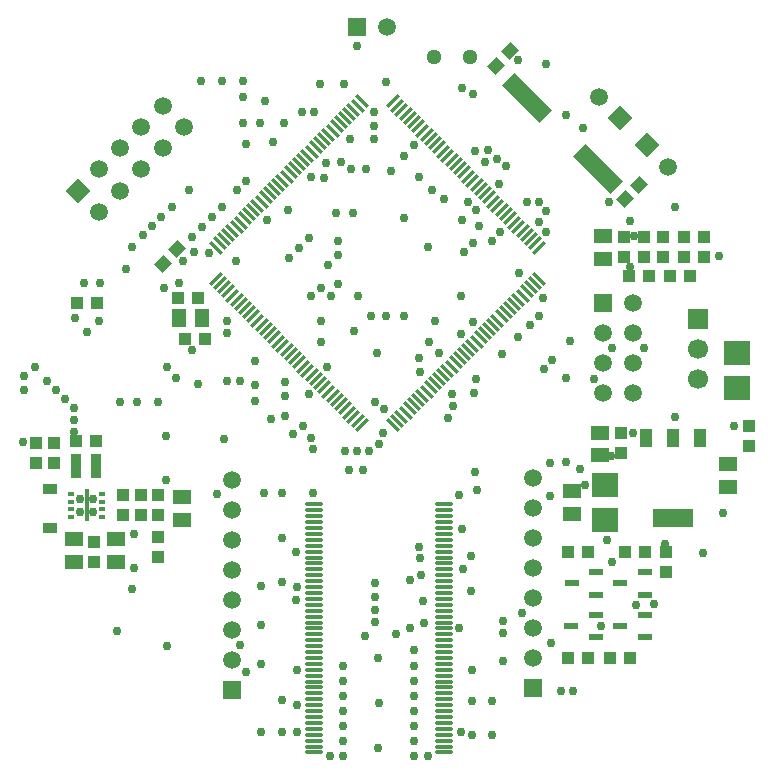
<source format=gbr>
%FSDAX24Y24*%
%MOIN*%
%SFA1B1*%

%IPPOS*%
%AMD18*
4,1,4,0.029200,0.001300,0.001300,0.029200,-0.029200,-0.001300,-0.001300,-0.029200,0.029200,0.001300,0.0*
%
%AMD36*
4,1,4,-0.041700,0.000000,0.000000,-0.041700,0.041700,0.000000,0.000000,0.041700,-0.041700,0.000000,0.0*
%
%AMD42*
4,1,4,0.000000,-0.041700,0.041700,0.000000,0.000000,0.041700,-0.041700,0.000000,0.000000,-0.041700,0.0*
%
%AMD46*
4,1,4,0.023700,-0.013900,-0.013900,0.023700,-0.023700,0.013900,0.013900,-0.023700,0.023700,-0.013900,0.0*
%
%AMD47*
4,1,4,0.013900,0.023700,-0.023700,-0.013900,-0.013900,-0.023700,0.023700,0.013900,0.013900,0.023700,0.0*
%
%AMD49*
4,1,4,-0.083500,0.041800,0.041800,-0.083500,0.083500,-0.041800,-0.041800,0.083500,-0.083500,0.041800,0.0*
%
%ADD10R,0.039400X0.043300*%
%ADD11R,0.043300X0.039400*%
G04~CAMADD=18~9~0.0~0.0~394.0~433.0~0.0~0.0~0~0.0~0.0~0.0~0.0~0~0.0~0.0~0.0~0.0~0~0.0~0.0~0.0~315.0~584.0~583.0*
%ADD18D18*%
%ADD24R,0.086600X0.078700*%
%ADD25R,0.051200X0.059100*%
%ADD26R,0.059100X0.051200*%
%ADD35C,0.059100*%
G04~CAMADD=36~10~0.0~590.4~0.0~0.0~0.0~0.0~0~0.0~0.0~0.0~0.0~0~0.0~0.0~0.0~0.0~0~0.0~0.0~0.0~135.0~590.4~0.0*
%ADD36D36*%
%ADD37C,0.051200*%
%ADD38R,0.059100X0.059100*%
%ADD39R,0.059100X0.059100*%
%ADD40R,0.066900X0.066900*%
%ADD41C,0.066900*%
G04~CAMADD=42~10~0.0~590.4~0.0~0.0~0.0~0.0~0~0.0~0.0~0.0~0.0~0~0.0~0.0~0.0~0.0~0~0.0~0.0~0.0~225.0~590.4~0.0*
%ADD42D42*%
%ADD43C,0.030000*%
G04~CAMADD=46~9~0.0~0.0~532.0~138.0~0.0~0.0~0~0.0~0.0~0.0~0.0~0~0.0~0.0~0.0~0.0~0~0.0~0.0~0.0~315.0~474.0~473.0*
%ADD46D46*%
G04~CAMADD=47~9~0.0~0.0~532.0~138.0~0.0~0.0~0~0.0~0.0~0.0~0.0~0~0.0~0.0~0.0~0.0~0~0.0~0.0~0.0~45.0~474.0~473.0*
%ADD47D47*%
%ADD48O,0.063000X0.011800*%
G04~CAMADD=49~9~0.0~0.0~1772.0~591.0~0.0~0.0~0~0.0~0.0~0.0~0.0~0~0.0~0.0~0.0~0.0~0~0.0~0.0~0.0~135.0~1670.0~1669.0*
%ADD49D49*%
%ADD50R,0.135800X0.061000*%
%ADD51R,0.043300X0.061000*%
%ADD52R,0.043300X0.061000*%
%ADD53R,0.016500X0.107900*%
%ADD54R,0.019700X0.013800*%
%ADD55R,0.051200X0.023600*%
%ADD56R,0.048000X0.035800*%
%ADD57R,0.033500X0.078700*%
%LNde-020717_soldermask_bot-1*%
%LPD*%
G54D10*
X005700Y008235D03*
Y007565D03*
X022650Y007065D03*
Y007735D03*
X001650Y010715D03*
Y011385D03*
X002250Y010715D03*
Y011385D03*
X004550Y009639D03*
Y008970D03*
X025400Y011935D03*
Y011265D03*
X021150Y011715D03*
Y011045D03*
X005700Y009635D03*
Y008965D03*
X005120Y009635D03*
Y008965D03*
X003580Y008085D03*
Y007415D03*
X023250Y018261D03*
Y017591D03*
X023900Y018261D03*
Y017591D03*
X022550Y018261D03*
Y017591D03*
X021900Y018261D03*
Y017591D03*
X021250Y018261D03*
Y017591D03*
G54D11*
X022085Y016950D03*
X021415D03*
X003635Y011450D03*
X002965D03*
X003669Y016050D03*
X003000D03*
X021265Y007750D03*
X021935D03*
X020035D03*
X019365D03*
X021435Y004200D03*
X020765D03*
X020035D03*
X019365D03*
X023435Y016950D03*
X022765D03*
X006615Y014850D03*
X007285D03*
X006375Y016230D03*
X007045D03*
G54D18*
X005863Y017363D03*
X006337Y017837D03*
X021737Y019987D03*
X021263Y019513D03*
X017437Y024437D03*
X016963Y023963D03*
G54D24*
X020600Y008809D03*
Y009991D03*
X025000Y013209D03*
Y014391D03*
G54D25*
X007154Y015540D03*
X006406D03*
G54D26*
X004300Y007426D03*
Y008174D03*
X019500Y009026D03*
Y009774D03*
X024700Y009926D03*
Y010674D03*
X020430Y010966D03*
Y011714D03*
X006500Y008826D03*
Y009574D03*
X002900Y008174D03*
Y007426D03*
X020550Y018274D03*
Y017526D03*
G54D35*
X006564Y021914D03*
X005857Y022621D03*
Y021207D03*
X005150Y021914D03*
Y020500D03*
X004443Y021207D03*
Y019793D03*
X003736Y020500D03*
Y019086D03*
X013350Y025250D03*
X018200Y010200D03*
Y009200D03*
Y008200D03*
Y007200D03*
Y006200D03*
Y005200D03*
Y004200D03*
X008170Y010160D03*
Y009160D03*
Y008160D03*
Y007160D03*
Y006160D03*
Y005160D03*
Y004160D03*
X020393Y022907D03*
X022707Y020593D03*
X021530Y016060D03*
X020530Y015060D03*
X021530D03*
X020530Y014060D03*
X021530D03*
X020530Y013060D03*
X021530D03*
G54D36*
X003029Y019793D03*
G54D37*
X014890Y024250D03*
X016110D03*
G54D38*
X012350Y025250D03*
G54D39*
X018200Y003200D03*
X008170Y003160D03*
X020530Y016060D03*
G54D40*
X023700Y015500D03*
G54D41*
X023700Y014500D03*
Y013500D03*
G54D42*
X021100Y022200D03*
X022000Y021300D03*
G54D43*
X003113Y009083D03*
X003546D03*
X003113Y009517D03*
X003546D03*
X021430Y017250D03*
X018650Y018400D03*
X018770Y010730D03*
Y009610D03*
X007660Y009670D03*
X017710Y024150D03*
X019860Y021870D03*
X019300Y022320D03*
X016040Y019400D03*
X016310Y019140D03*
X015250Y019530D03*
X014840Y019830D03*
X016340Y009820D03*
X014710Y017900D03*
X009100Y022050D03*
X015850Y018800D03*
X012800Y015600D03*
X016280Y021120D03*
X013900Y015600D03*
X010320Y002640D03*
Y006580D03*
X009850Y009700D03*
X010300Y007750D03*
X009835Y006750D03*
Y008200D03*
X016230Y013040D03*
X014550Y006100D03*
X017700Y014900D03*
X015750Y009650D03*
X018400Y015600D03*
X015869Y007168D03*
X004630Y017170D03*
X015490Y013020D03*
X016310Y013500D03*
X016840Y001640D03*
X016165Y001650D03*
X010870Y011183D03*
X013640Y005010D03*
X014110Y005200D03*
X014557Y005397D03*
X014460Y006980D03*
X015380Y012210D03*
X014750Y014740D03*
X015070Y014390D03*
X011870Y003960D03*
X014250Y004470D03*
Y003950D03*
Y003460D03*
Y002940D03*
Y002450D03*
Y001960D03*
Y001450D03*
Y000950D03*
X011870Y000960D03*
Y001460D03*
Y001960D03*
Y002460D03*
Y002960D03*
Y003460D03*
X012550Y010490D03*
X004430Y012760D03*
X010810Y016290D03*
X005690Y012760D03*
X004990D03*
X011700Y016670D03*
X005890Y016560D03*
X006410Y016710D03*
X003729Y015450D03*
X003335Y015090D03*
X014700Y000950D03*
X016160Y002790D03*
Y003820D03*
X016150Y006450D03*
Y007620D03*
X016845Y002770D03*
X013300Y015600D03*
X007510Y018910D03*
X017100Y018400D03*
X017750Y017050D03*
X013200Y011700D03*
X013250Y012500D03*
X011350Y013900D03*
X010750Y013000D03*
X012950Y012750D03*
X009350Y018800D03*
X010800Y020250D03*
X011300Y020700D03*
X012100Y021500D03*
X012900Y022400D03*
Y021950D03*
X010900Y022400D03*
X007400Y017700D03*
X015800Y015030D03*
X016200Y015400D03*
X014400Y020250D03*
X011150Y015450D03*
Y014750D03*
X012950Y006700D03*
Y006250D03*
X014100Y006800D03*
X014450Y007550D03*
X015850Y008500D03*
X012600Y004950D03*
X007900Y011500D03*
X008950Y012780D03*
X010800Y011550D03*
X010543Y011950D03*
X010210Y011690D03*
X009929Y012285D03*
X009950Y012950D03*
X012950Y005800D03*
X009480Y012190D03*
X009950Y013400D03*
X012950Y005400D03*
X014390Y014210D03*
X014450Y013760D03*
X017060Y020010D03*
X017160Y014340D03*
X017200Y004100D03*
Y005050D03*
Y005450D03*
X017850Y005700D03*
X016600Y020750D03*
X016700Y021150D03*
X012900Y021500D03*
X015750Y005200D03*
X010300Y006150D03*
X016200Y023000D03*
X015850Y023200D03*
X005810Y018927D03*
X005200Y018300D03*
X006850Y018250D03*
X007180Y018580D03*
X005510Y018613D03*
X006160Y019240D03*
X007840D03*
X006750Y019800D03*
X008350D03*
X002300Y013150D03*
X002000Y013450D03*
X001600Y013900D03*
X001250Y013600D03*
X008300Y017450D03*
X004850Y017900D03*
X006900Y017750D03*
X002600Y012850D03*
X003250Y016700D03*
X001250Y013150D03*
X001200Y011400D03*
X002900Y012550D03*
Y012150D03*
Y011750D03*
X009835Y002825D03*
Y001750D03*
X010320Y003810D03*
X009150Y001750D03*
Y004000D03*
Y005300D03*
Y006600D03*
X018000Y019400D03*
X018400D03*
X017300Y020600D03*
X018650Y019100D03*
X018400Y018750D03*
X017000Y020850D03*
X024400Y017600D03*
X022950Y019250D03*
X008650Y021350D03*
X015900Y017750D03*
X011250Y020200D03*
X009550Y021400D03*
X012360Y016290D03*
X018110Y015320D03*
X015810Y016280D03*
X018550Y016200D03*
X014390Y007920D03*
X010870Y009710D03*
X021540Y011710D03*
X024895Y011935D03*
X023860Y007730D03*
X022610Y008020D03*
X024530Y009050D03*
X018800Y004720D03*
X019920Y009990D03*
X011360Y017320D03*
X010740Y018200D03*
X010405Y017875D03*
X010070Y017550D03*
X002940Y015540D03*
X003780Y016700D03*
X004900Y008350D03*
Y007200D03*
X011800Y020750D03*
X010050Y019150D03*
X016400Y018600D03*
X019300Y013550D03*
X008650Y020100D03*
X008550Y022050D03*
X009280Y022790D03*
X008550Y022900D03*
X007150Y023450D03*
X008550D03*
X007850D03*
X015550Y012600D03*
X011700Y017640D03*
Y018100D03*
X011650Y019050D03*
X012200D03*
X012150Y020500D03*
X012650D03*
X011100Y023350D03*
X009900Y022050D03*
X010500Y022400D03*
X012350Y024600D03*
X011900Y023350D03*
X013300Y023400D03*
X006835Y014465D03*
X006000Y013907D03*
X006300Y013550D03*
X008650Y003750D03*
X008450Y004650D03*
X015800Y001750D03*
X010350D03*
X011450Y000950D03*
X022250Y006000D03*
X019150Y003100D03*
X019550D03*
X008000Y015450D03*
Y015060D03*
X007050Y013350D03*
X008950Y013300D03*
Y014100D03*
X008000Y013450D03*
X008450D03*
X004850Y006500D03*
X016850Y018100D03*
X016200Y018050D03*
X020220Y013520D03*
X019420Y014770D03*
X018570Y013860D03*
X018830Y014140D03*
X014230Y021310D03*
X020850Y014550D03*
X021890Y014560D03*
X013040Y001230D03*
X013060Y002710D03*
X013050Y004230D03*
X004330Y005110D03*
X005990Y004630D03*
X005980Y010140D03*
Y011610D03*
X009220Y009710D03*
X020660Y008150D03*
X021640Y005980D03*
X020820Y007410D03*
X019780Y010520D03*
X012070Y010490D03*
X011950Y011120D03*
X012340Y011110D03*
X012740Y011100D03*
X013060Y011340D03*
X013000Y014365D03*
X021570Y018274D03*
X020720Y019410D03*
X018650Y024030D03*
X020460Y005290D03*
X012220Y015110D03*
X014930Y015450D03*
X006550Y017460D03*
X021440Y018790D03*
X016260Y010400D03*
X019300Y010740D03*
X013910Y020960D03*
X020800Y010960D03*
X022930Y012250D03*
X011480Y016290D03*
X011150Y016550D03*
X013890Y018890D03*
X013480Y020440D03*
G54D46*
X012495Y022767D03*
X012356Y022628D03*
X012217Y022489D03*
X012078Y022349D03*
X011939Y022210D03*
X011799Y022071D03*
X011660Y021932D03*
X011521Y021793D03*
X011382Y021653D03*
X011243Y021514D03*
X011103Y021375D03*
X010964Y021236D03*
X010825Y021097D03*
X010686Y020957D03*
X010547Y020818D03*
X010407Y020679D03*
X010268Y020540D03*
X010129Y020401D03*
X009990Y020261D03*
X009851Y020122D03*
X009711Y019983D03*
X009572Y019844D03*
X009433Y019705D03*
X009294Y019565D03*
X009155Y019426D03*
X009016Y019287D03*
X008876Y019148D03*
X008737Y019009D03*
X008598Y018869D03*
X008459Y018730D03*
X008320Y018591D03*
X008180Y018452D03*
X008041Y018313D03*
X007902Y018173D03*
X007763Y018034D03*
X007624Y017895D03*
X013539Y011979D03*
X013679Y012119D03*
X013818Y012258D03*
X013957Y012397D03*
X014096Y012536D03*
X014235Y012675D03*
X014375Y012815D03*
X014514Y012954D03*
X014653Y013093D03*
X014792Y013232D03*
X014931Y013371D03*
X015070Y013510D03*
X015210Y013650D03*
X015349Y013789D03*
X015488Y013928D03*
X015627Y014067D03*
X015766Y014206D03*
X015906Y014346D03*
X016045Y014485D03*
X016184Y014624D03*
X016323Y014763D03*
X016462Y014902D03*
X016602Y015042D03*
X016741Y015181D03*
X016880Y015320D03*
X017298Y015738D03*
X017437Y015877D03*
X017576Y016016D03*
X018133Y016573D03*
X018272Y016712D03*
X018411Y016851D03*
X017715Y016155D03*
X017158Y015598D03*
X017019Y015459D03*
X017854Y016294D03*
X017994Y016434D03*
G54D47*
X007624Y016851D03*
X007763Y016712D03*
X007902Y016573D03*
X008041Y016434D03*
X008180Y016294D03*
X008320Y016155D03*
X008459Y016016D03*
X008598Y015877D03*
X008737Y015738D03*
X008876Y015598D03*
X009016Y015459D03*
X009433Y015042D03*
X009572Y014902D03*
X009711Y014763D03*
X010129Y014346D03*
X010268Y014206D03*
X010407Y014067D03*
X010547Y013928D03*
X010686Y013789D03*
X010825Y013650D03*
X010964Y013510D03*
X011103Y013371D03*
X011243Y013232D03*
X011382Y013093D03*
X011521Y012954D03*
X011660Y012815D03*
X011799Y012675D03*
X011939Y012536D03*
X012078Y012397D03*
X012217Y012258D03*
X012356Y012119D03*
X012495Y011979D03*
X018411Y017895D03*
X018272Y018034D03*
X018133Y018173D03*
X017994Y018313D03*
X017854Y018452D03*
X017715Y018591D03*
X017576Y018730D03*
X017437Y018869D03*
X017298Y019009D03*
X017158Y019148D03*
X017019Y019287D03*
X016880Y019426D03*
X016741Y019565D03*
X016602Y019705D03*
X016462Y019844D03*
X016323Y019983D03*
X016184Y020122D03*
X016045Y020261D03*
X015906Y020401D03*
X015766Y020540D03*
X015627Y020679D03*
X015488Y020818D03*
X015349Y020957D03*
X015210Y021097D03*
X015070Y021236D03*
X014931Y021375D03*
X014792Y021514D03*
X014653Y021653D03*
X014514Y021793D03*
X014375Y021932D03*
X014235Y022071D03*
X014096Y022210D03*
X013957Y022349D03*
X013818Y022489D03*
X013679Y022628D03*
X013539Y022767D03*
X009155Y015320D03*
X009851Y014624D03*
X009990Y014485D03*
X009294Y015181D03*
G54D48*
X015225Y006184D03*
Y005594D03*
Y005791D03*
Y005987D03*
Y006381D03*
X010895Y008546D03*
Y008743D03*
Y009137D03*
Y008153D03*
Y006972D03*
Y007365D03*
Y007562D03*
Y007956D03*
Y001066D03*
Y001263D03*
Y001460D03*
Y001657D03*
Y001854D03*
Y002050D03*
Y002247D03*
Y002444D03*
Y002641D03*
Y002838D03*
Y003035D03*
Y003232D03*
Y003428D03*
Y003625D03*
Y003822D03*
Y004019D03*
Y004216D03*
Y004413D03*
Y004609D03*
Y004806D03*
Y005003D03*
Y005200D03*
Y005397D03*
Y005594D03*
Y005791D03*
Y005987D03*
Y006184D03*
Y006381D03*
Y006578D03*
Y006775D03*
Y007168D03*
Y007759D03*
Y008350D03*
Y008940D03*
Y009334D03*
X015225Y001066D03*
Y001263D03*
Y001460D03*
Y001657D03*
Y001854D03*
Y002050D03*
Y002247D03*
Y002444D03*
Y002641D03*
Y002838D03*
Y003035D03*
Y003232D03*
Y003428D03*
Y003625D03*
Y003822D03*
Y004019D03*
Y004216D03*
Y004413D03*
Y004609D03*
Y004806D03*
Y005003D03*
Y005200D03*
Y005397D03*
Y006578D03*
Y006775D03*
Y006972D03*
Y007168D03*
Y007365D03*
Y007562D03*
Y007759D03*
Y007956D03*
Y008153D03*
Y008350D03*
Y008546D03*
Y008743D03*
Y008940D03*
Y009137D03*
Y009334D03*
G54D49*
X020383Y020517D03*
X018017Y022883D03*
G54D50*
X022860Y008881D03*
G54D51*
X023766Y011539D03*
X022860D03*
G54D52*
X021955Y011539D03*
G54D53*
X003330Y009300D03*
G54D54*
X002818Y009684D03*
Y009428D03*
Y009172D03*
Y008916D03*
X003842D03*
Y009172D03*
Y009428D03*
Y009684D03*
G54D55*
X021100Y006700D03*
X021927Y006326D03*
Y007074D03*
X021100Y005274D03*
X021927Y004900D03*
Y005648D03*
X019473Y005274D03*
X020300Y004900D03*
Y005648D03*
X019487Y006700D03*
X020313Y006326D03*
Y007074D03*
G54D56*
X002100Y008556D03*
Y009844D03*
G54D57*
X003625Y010600D03*
X002975D03*
M02*
</source>
